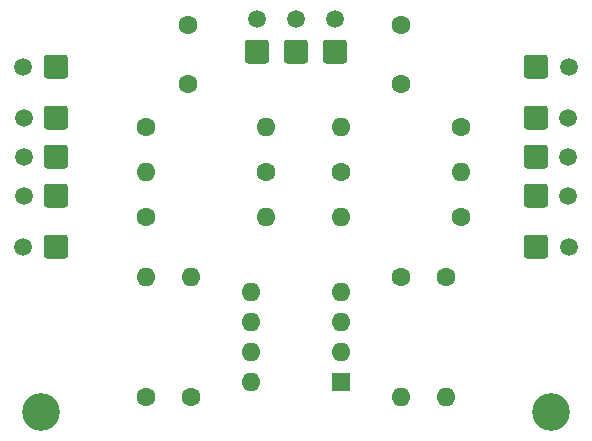
<source format=gts>
%TF.GenerationSoftware,KiCad,Pcbnew,(5.1.8-0-10_14)*%
%TF.CreationDate,2021-07-14T10:01:13+01:00*%
%TF.ProjectId,cgs-attenuverter-board,6367732d-6174-4746-956e-757665727465,rev?*%
%TF.SameCoordinates,Original*%
%TF.FileFunction,Soldermask,Top*%
%TF.FilePolarity,Negative*%
%FSLAX46Y46*%
G04 Gerber Fmt 4.6, Leading zero omitted, Abs format (unit mm)*
G04 Created by KiCad (PCBNEW (5.1.8-0-10_14)) date 2021-07-14 10:01:13*
%MOMM*%
%LPD*%
G01*
G04 APERTURE LIST*
%ADD10O,1.600000X1.600000*%
%ADD11R,1.600000X1.600000*%
%ADD12C,1.500000*%
%ADD13C,1.600000*%
%ADD14C,3.200000*%
G04 APERTURE END LIST*
D10*
%TO.C,U1*%
X148590000Y-120650000D03*
X156210000Y-113030000D03*
X148590000Y-118110000D03*
X156210000Y-115570000D03*
X148590000Y-115570000D03*
X156210000Y-118110000D03*
X148590000Y-113030000D03*
D11*
X156210000Y-120650000D03*
%TD*%
D12*
%TO.C,RV2*%
X129350000Y-104902000D03*
G36*
G01*
X131318000Y-103886000D02*
X132842000Y-103886000D01*
G75*
G02*
X133096000Y-104140000I0J-254000D01*
G01*
X133096000Y-105664000D01*
G75*
G02*
X132842000Y-105918000I-254000J0D01*
G01*
X131318000Y-105918000D01*
G75*
G02*
X131064000Y-105664000I0J254000D01*
G01*
X131064000Y-104140000D01*
G75*
G02*
X131318000Y-103886000I254000J0D01*
G01*
G37*
X129350000Y-98298000D03*
G36*
G01*
X131318000Y-97282000D02*
X132842000Y-97282000D01*
G75*
G02*
X133096000Y-97536000I0J-254000D01*
G01*
X133096000Y-99060000D01*
G75*
G02*
X132842000Y-99314000I-254000J0D01*
G01*
X131318000Y-99314000D01*
G75*
G02*
X131064000Y-99060000I0J254000D01*
G01*
X131064000Y-97536000D01*
G75*
G02*
X131318000Y-97282000I254000J0D01*
G01*
G37*
X129350000Y-101600000D03*
G36*
G01*
X131318000Y-100584000D02*
X132842000Y-100584000D01*
G75*
G02*
X133096000Y-100838000I0J-254000D01*
G01*
X133096000Y-102362000D01*
G75*
G02*
X132842000Y-102616000I-254000J0D01*
G01*
X131318000Y-102616000D01*
G75*
G02*
X131064000Y-102362000I0J254000D01*
G01*
X131064000Y-100838000D01*
G75*
G02*
X131318000Y-100584000I254000J0D01*
G01*
G37*
%TD*%
%TO.C,RV1*%
X175450000Y-98298000D03*
G36*
G01*
X173482000Y-99314000D02*
X171958000Y-99314000D01*
G75*
G02*
X171704000Y-99060000I0J254000D01*
G01*
X171704000Y-97536000D01*
G75*
G02*
X171958000Y-97282000I254000J0D01*
G01*
X173482000Y-97282000D01*
G75*
G02*
X173736000Y-97536000I0J-254000D01*
G01*
X173736000Y-99060000D01*
G75*
G02*
X173482000Y-99314000I-254000J0D01*
G01*
G37*
X175450000Y-104902000D03*
G36*
G01*
X173482000Y-105918000D02*
X171958000Y-105918000D01*
G75*
G02*
X171704000Y-105664000I0J254000D01*
G01*
X171704000Y-104140000D01*
G75*
G02*
X171958000Y-103886000I254000J0D01*
G01*
X173482000Y-103886000D01*
G75*
G02*
X173736000Y-104140000I0J-254000D01*
G01*
X173736000Y-105664000D01*
G75*
G02*
X173482000Y-105918000I-254000J0D01*
G01*
G37*
X175450000Y-101600000D03*
G36*
G01*
X173482000Y-102616000D02*
X171958000Y-102616000D01*
G75*
G02*
X171704000Y-102362000I0J254000D01*
G01*
X171704000Y-100838000D01*
G75*
G02*
X171958000Y-100584000I254000J0D01*
G01*
X173482000Y-100584000D01*
G75*
G02*
X173736000Y-100838000I0J-254000D01*
G01*
X173736000Y-102362000D01*
G75*
G02*
X173482000Y-102616000I-254000J0D01*
G01*
G37*
%TD*%
D10*
%TO.C,R10*%
X149860000Y-99060000D03*
D13*
X139700000Y-99060000D03*
%TD*%
D10*
%TO.C,R9*%
X156210000Y-99060000D03*
D13*
X166370000Y-99060000D03*
%TD*%
D10*
%TO.C,R8*%
X149860000Y-106680000D03*
D13*
X139700000Y-106680000D03*
%TD*%
D10*
%TO.C,R7*%
X156210000Y-106680000D03*
D13*
X166370000Y-106680000D03*
%TD*%
D10*
%TO.C,R6*%
X139700000Y-102870000D03*
D13*
X149860000Y-102870000D03*
%TD*%
D10*
%TO.C,R5*%
X166370000Y-102870000D03*
D13*
X156210000Y-102870000D03*
%TD*%
D10*
%TO.C,R4*%
X143510000Y-111760000D03*
D13*
X143510000Y-121920000D03*
%TD*%
D10*
%TO.C,R3*%
X161290000Y-121920000D03*
D13*
X161290000Y-111760000D03*
%TD*%
D10*
%TO.C,R2*%
X139700000Y-111760000D03*
D13*
X139700000Y-121920000D03*
%TD*%
D10*
%TO.C,R1*%
X165100000Y-121920000D03*
D13*
X165100000Y-111760000D03*
%TD*%
D12*
%TO.C,J5*%
X149098000Y-89980000D03*
G36*
G01*
X150114000Y-91948000D02*
X150114000Y-93472000D01*
G75*
G02*
X149860000Y-93726000I-254000J0D01*
G01*
X148336000Y-93726000D01*
G75*
G02*
X148082000Y-93472000I0J254000D01*
G01*
X148082000Y-91948000D01*
G75*
G02*
X148336000Y-91694000I254000J0D01*
G01*
X149860000Y-91694000D01*
G75*
G02*
X150114000Y-91948000I0J-254000D01*
G01*
G37*
X155702000Y-89980000D03*
G36*
G01*
X156718000Y-91948000D02*
X156718000Y-93472000D01*
G75*
G02*
X156464000Y-93726000I-254000J0D01*
G01*
X154940000Y-93726000D01*
G75*
G02*
X154686000Y-93472000I0J254000D01*
G01*
X154686000Y-91948000D01*
G75*
G02*
X154940000Y-91694000I254000J0D01*
G01*
X156464000Y-91694000D01*
G75*
G02*
X156718000Y-91948000I0J-254000D01*
G01*
G37*
X152400000Y-89980000D03*
G36*
G01*
X153416000Y-91948000D02*
X153416000Y-93472000D01*
G75*
G02*
X153162000Y-93726000I-254000J0D01*
G01*
X151638000Y-93726000D01*
G75*
G02*
X151384000Y-93472000I0J254000D01*
G01*
X151384000Y-91948000D01*
G75*
G02*
X151638000Y-91694000I254000J0D01*
G01*
X153162000Y-91694000D01*
G75*
G02*
X153416000Y-91948000I0J-254000D01*
G01*
G37*
%TD*%
%TO.C,J4*%
X129286000Y-93980000D03*
G36*
G01*
X131318000Y-92964000D02*
X132842000Y-92964000D01*
G75*
G02*
X133096000Y-93218000I0J-254000D01*
G01*
X133096000Y-94742000D01*
G75*
G02*
X132842000Y-94996000I-254000J0D01*
G01*
X131318000Y-94996000D01*
G75*
G02*
X131064000Y-94742000I0J254000D01*
G01*
X131064000Y-93218000D01*
G75*
G02*
X131318000Y-92964000I254000J0D01*
G01*
G37*
%TD*%
%TO.C,J3*%
X175514000Y-93980000D03*
G36*
G01*
X173482000Y-94996000D02*
X171958000Y-94996000D01*
G75*
G02*
X171704000Y-94742000I0J254000D01*
G01*
X171704000Y-93218000D01*
G75*
G02*
X171958000Y-92964000I254000J0D01*
G01*
X173482000Y-92964000D01*
G75*
G02*
X173736000Y-93218000I0J-254000D01*
G01*
X173736000Y-94742000D01*
G75*
G02*
X173482000Y-94996000I-254000J0D01*
G01*
G37*
%TD*%
%TO.C,J2*%
X129286000Y-109220000D03*
G36*
G01*
X131318000Y-108204000D02*
X132842000Y-108204000D01*
G75*
G02*
X133096000Y-108458000I0J-254000D01*
G01*
X133096000Y-109982000D01*
G75*
G02*
X132842000Y-110236000I-254000J0D01*
G01*
X131318000Y-110236000D01*
G75*
G02*
X131064000Y-109982000I0J254000D01*
G01*
X131064000Y-108458000D01*
G75*
G02*
X131318000Y-108204000I254000J0D01*
G01*
G37*
%TD*%
%TO.C,J1*%
X175514000Y-109220000D03*
G36*
G01*
X173482000Y-110236000D02*
X171958000Y-110236000D01*
G75*
G02*
X171704000Y-109982000I0J254000D01*
G01*
X171704000Y-108458000D01*
G75*
G02*
X171958000Y-108204000I254000J0D01*
G01*
X173482000Y-108204000D01*
G75*
G02*
X173736000Y-108458000I0J-254000D01*
G01*
X173736000Y-109982000D01*
G75*
G02*
X173482000Y-110236000I-254000J0D01*
G01*
G37*
%TD*%
D14*
%TO.C,H2*%
X173990000Y-123190000D03*
%TD*%
%TO.C,H1*%
X130810000Y-123190000D03*
%TD*%
D13*
%TO.C,C2*%
X161290000Y-90424000D03*
X161290000Y-95424000D03*
%TD*%
%TO.C,C1*%
X143256000Y-90424000D03*
X143256000Y-95424000D03*
%TD*%
M02*

</source>
